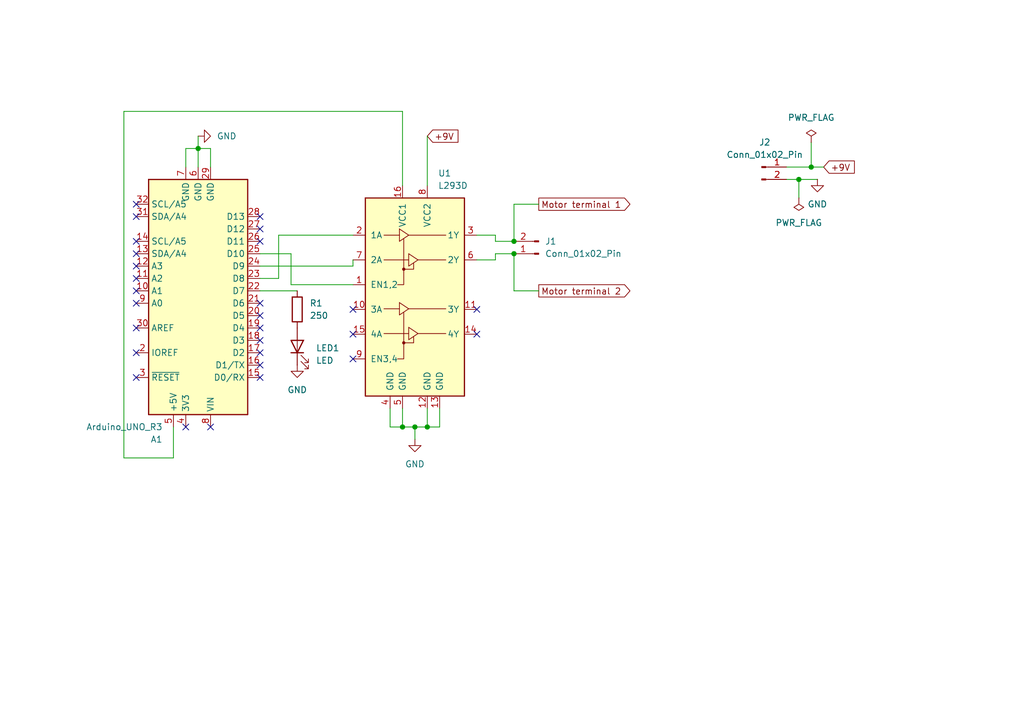
<source format=kicad_sch>
(kicad_sch
	(version 20231120)
	(generator "eeschema")
	(generator_version "8.0")
	(uuid "b658d583-4f2b-4d33-9f89-17542d6d509e")
	(paper "A5")
	(lib_symbols
		(symbol "Connector:Conn_01x02_Pin"
			(pin_names
				(offset 1.016) hide)
			(exclude_from_sim no)
			(in_bom yes)
			(on_board yes)
			(property "Reference" "J"
				(at 0 2.54 0)
				(effects
					(font
						(size 1.27 1.27)
					)
				)
			)
			(property "Value" "Conn_01x02_Pin"
				(at 0 -5.08 0)
				(effects
					(font
						(size 1.27 1.27)
					)
				)
			)
			(property "Footprint" ""
				(at 0 0 0)
				(effects
					(font
						(size 1.27 1.27)
					)
					(hide yes)
				)
			)
			(property "Datasheet" "~"
				(at 0 0 0)
				(effects
					(font
						(size 1.27 1.27)
					)
					(hide yes)
				)
			)
			(property "Description" "Generic connector, single row, 01x02, script generated"
				(at 0 0 0)
				(effects
					(font
						(size 1.27 1.27)
					)
					(hide yes)
				)
			)
			(property "ki_locked" ""
				(at 0 0 0)
				(effects
					(font
						(size 1.27 1.27)
					)
				)
			)
			(property "ki_keywords" "connector"
				(at 0 0 0)
				(effects
					(font
						(size 1.27 1.27)
					)
					(hide yes)
				)
			)
			(property "ki_fp_filters" "Connector*:*_1x??_*"
				(at 0 0 0)
				(effects
					(font
						(size 1.27 1.27)
					)
					(hide yes)
				)
			)
			(symbol "Conn_01x02_Pin_1_1"
				(polyline
					(pts
						(xy 1.27 -2.54) (xy 0.8636 -2.54)
					)
					(stroke
						(width 0.1524)
						(type default)
					)
					(fill
						(type none)
					)
				)
				(polyline
					(pts
						(xy 1.27 0) (xy 0.8636 0)
					)
					(stroke
						(width 0.1524)
						(type default)
					)
					(fill
						(type none)
					)
				)
				(rectangle
					(start 0.8636 -2.413)
					(end 0 -2.667)
					(stroke
						(width 0.1524)
						(type default)
					)
					(fill
						(type outline)
					)
				)
				(rectangle
					(start 0.8636 0.127)
					(end 0 -0.127)
					(stroke
						(width 0.1524)
						(type default)
					)
					(fill
						(type outline)
					)
				)
				(pin passive line
					(at 5.08 0 180)
					(length 3.81)
					(name "Pin_1"
						(effects
							(font
								(size 1.27 1.27)
							)
						)
					)
					(number "1"
						(effects
							(font
								(size 1.27 1.27)
							)
						)
					)
				)
				(pin passive line
					(at 5.08 -2.54 180)
					(length 3.81)
					(name "Pin_2"
						(effects
							(font
								(size 1.27 1.27)
							)
						)
					)
					(number "2"
						(effects
							(font
								(size 1.27 1.27)
							)
						)
					)
				)
			)
		)
		(symbol "Device:LED"
			(pin_numbers hide)
			(pin_names
				(offset 1.016) hide)
			(exclude_from_sim no)
			(in_bom yes)
			(on_board yes)
			(property "Reference" "D"
				(at 0 2.54 0)
				(effects
					(font
						(size 1.27 1.27)
					)
				)
			)
			(property "Value" "LED"
				(at 0 -2.54 0)
				(effects
					(font
						(size 1.27 1.27)
					)
				)
			)
			(property "Footprint" ""
				(at 0 0 0)
				(effects
					(font
						(size 1.27 1.27)
					)
					(hide yes)
				)
			)
			(property "Datasheet" "~"
				(at 0 0 0)
				(effects
					(font
						(size 1.27 1.27)
					)
					(hide yes)
				)
			)
			(property "Description" "Light emitting diode"
				(at 0 0 0)
				(effects
					(font
						(size 1.27 1.27)
					)
					(hide yes)
				)
			)
			(property "ki_keywords" "LED diode"
				(at 0 0 0)
				(effects
					(font
						(size 1.27 1.27)
					)
					(hide yes)
				)
			)
			(property "ki_fp_filters" "LED* LED_SMD:* LED_THT:*"
				(at 0 0 0)
				(effects
					(font
						(size 1.27 1.27)
					)
					(hide yes)
				)
			)
			(symbol "LED_0_1"
				(polyline
					(pts
						(xy -1.27 -1.27) (xy -1.27 1.27)
					)
					(stroke
						(width 0.254)
						(type default)
					)
					(fill
						(type none)
					)
				)
				(polyline
					(pts
						(xy -1.27 0) (xy 1.27 0)
					)
					(stroke
						(width 0)
						(type default)
					)
					(fill
						(type none)
					)
				)
				(polyline
					(pts
						(xy 1.27 -1.27) (xy 1.27 1.27) (xy -1.27 0) (xy 1.27 -1.27)
					)
					(stroke
						(width 0.254)
						(type default)
					)
					(fill
						(type none)
					)
				)
				(polyline
					(pts
						(xy -3.048 -0.762) (xy -4.572 -2.286) (xy -3.81 -2.286) (xy -4.572 -2.286) (xy -4.572 -1.524)
					)
					(stroke
						(width 0)
						(type default)
					)
					(fill
						(type none)
					)
				)
				(polyline
					(pts
						(xy -1.778 -0.762) (xy -3.302 -2.286) (xy -2.54 -2.286) (xy -3.302 -2.286) (xy -3.302 -1.524)
					)
					(stroke
						(width 0)
						(type default)
					)
					(fill
						(type none)
					)
				)
			)
			(symbol "LED_1_1"
				(pin passive line
					(at -3.81 0 0)
					(length 2.54)
					(name "K"
						(effects
							(font
								(size 1.27 1.27)
							)
						)
					)
					(number "1"
						(effects
							(font
								(size 1.27 1.27)
							)
						)
					)
				)
				(pin passive line
					(at 3.81 0 180)
					(length 2.54)
					(name "A"
						(effects
							(font
								(size 1.27 1.27)
							)
						)
					)
					(number "2"
						(effects
							(font
								(size 1.27 1.27)
							)
						)
					)
				)
			)
		)
		(symbol "Device:R"
			(pin_numbers hide)
			(pin_names
				(offset 0)
			)
			(exclude_from_sim no)
			(in_bom yes)
			(on_board yes)
			(property "Reference" "R"
				(at 2.032 0 90)
				(effects
					(font
						(size 1.27 1.27)
					)
				)
			)
			(property "Value" "R"
				(at 0 0 90)
				(effects
					(font
						(size 1.27 1.27)
					)
				)
			)
			(property "Footprint" ""
				(at -1.778 0 90)
				(effects
					(font
						(size 1.27 1.27)
					)
					(hide yes)
				)
			)
			(property "Datasheet" "~"
				(at 0 0 0)
				(effects
					(font
						(size 1.27 1.27)
					)
					(hide yes)
				)
			)
			(property "Description" "Resistor"
				(at 0 0 0)
				(effects
					(font
						(size 1.27 1.27)
					)
					(hide yes)
				)
			)
			(property "ki_keywords" "R res resistor"
				(at 0 0 0)
				(effects
					(font
						(size 1.27 1.27)
					)
					(hide yes)
				)
			)
			(property "ki_fp_filters" "R_*"
				(at 0 0 0)
				(effects
					(font
						(size 1.27 1.27)
					)
					(hide yes)
				)
			)
			(symbol "R_0_1"
				(rectangle
					(start -1.016 -2.54)
					(end 1.016 2.54)
					(stroke
						(width 0.254)
						(type default)
					)
					(fill
						(type none)
					)
				)
			)
			(symbol "R_1_1"
				(pin passive line
					(at 0 3.81 270)
					(length 1.27)
					(name "~"
						(effects
							(font
								(size 1.27 1.27)
							)
						)
					)
					(number "1"
						(effects
							(font
								(size 1.27 1.27)
							)
						)
					)
				)
				(pin passive line
					(at 0 -3.81 90)
					(length 1.27)
					(name "~"
						(effects
							(font
								(size 1.27 1.27)
							)
						)
					)
					(number "2"
						(effects
							(font
								(size 1.27 1.27)
							)
						)
					)
				)
			)
		)
		(symbol "Driver_Motor:L293D"
			(pin_names
				(offset 1.016)
			)
			(exclude_from_sim no)
			(in_bom yes)
			(on_board yes)
			(property "Reference" "U"
				(at -5.08 26.035 0)
				(effects
					(font
						(size 1.27 1.27)
					)
					(justify right)
				)
			)
			(property "Value" "L293D"
				(at -5.08 24.13 0)
				(effects
					(font
						(size 1.27 1.27)
					)
					(justify right)
				)
			)
			(property "Footprint" "Package_DIP:DIP-16_W7.62mm"
				(at 6.35 -19.05 0)
				(effects
					(font
						(size 1.27 1.27)
					)
					(justify left)
					(hide yes)
				)
			)
			(property "Datasheet" "http://www.ti.com/lit/ds/symlink/l293.pdf"
				(at -7.62 17.78 0)
				(effects
					(font
						(size 1.27 1.27)
					)
					(hide yes)
				)
			)
			(property "Description" "Quadruple Half-H Drivers"
				(at 0 0 0)
				(effects
					(font
						(size 1.27 1.27)
					)
					(hide yes)
				)
			)
			(property "ki_keywords" "Half-H Driver Motor"
				(at 0 0 0)
				(effects
					(font
						(size 1.27 1.27)
					)
					(hide yes)
				)
			)
			(property "ki_fp_filters" "DIP*W7.62mm*"
				(at 0 0 0)
				(effects
					(font
						(size 1.27 1.27)
					)
					(hide yes)
				)
			)
			(symbol "L293D_0_1"
				(rectangle
					(start -10.16 22.86)
					(end 10.16 -17.78)
					(stroke
						(width 0.254)
						(type default)
					)
					(fill
						(type background)
					)
				)
				(circle
					(center -2.286 -6.858)
					(radius 0.254)
					(stroke
						(width 0)
						(type default)
					)
					(fill
						(type outline)
					)
				)
				(circle
					(center -2.286 8.255)
					(radius 0.254)
					(stroke
						(width 0)
						(type default)
					)
					(fill
						(type outline)
					)
				)
				(polyline
					(pts
						(xy -6.35 -4.953) (xy -1.27 -4.953)
					)
					(stroke
						(width 0)
						(type default)
					)
					(fill
						(type none)
					)
				)
				(polyline
					(pts
						(xy -6.35 0.127) (xy -3.175 0.127)
					)
					(stroke
						(width 0)
						(type default)
					)
					(fill
						(type none)
					)
				)
				(polyline
					(pts
						(xy -6.35 10.16) (xy -1.27 10.16)
					)
					(stroke
						(width 0)
						(type default)
					)
					(fill
						(type none)
					)
				)
				(polyline
					(pts
						(xy -6.35 15.24) (xy -3.175 15.24)
					)
					(stroke
						(width 0)
						(type default)
					)
					(fill
						(type none)
					)
				)
				(polyline
					(pts
						(xy -1.27 0.127) (xy 6.35 0.127)
					)
					(stroke
						(width 0)
						(type default)
					)
					(fill
						(type none)
					)
				)
				(polyline
					(pts
						(xy -1.27 15.24) (xy 6.35 15.24)
					)
					(stroke
						(width 0)
						(type default)
					)
					(fill
						(type none)
					)
				)
				(polyline
					(pts
						(xy 0.635 -4.953) (xy 6.35 -4.953)
					)
					(stroke
						(width 0)
						(type default)
					)
					(fill
						(type none)
					)
				)
				(polyline
					(pts
						(xy 0.635 10.16) (xy 6.35 10.16)
					)
					(stroke
						(width 0)
						(type default)
					)
					(fill
						(type none)
					)
				)
				(polyline
					(pts
						(xy -2.286 -6.858) (xy -0.254 -6.858) (xy -0.254 -5.588)
					)
					(stroke
						(width 0)
						(type default)
					)
					(fill
						(type none)
					)
				)
				(polyline
					(pts
						(xy -2.286 -0.635) (xy -2.286 -10.16) (xy -3.556 -10.16)
					)
					(stroke
						(width 0)
						(type default)
					)
					(fill
						(type none)
					)
				)
				(polyline
					(pts
						(xy -2.286 8.255) (xy -0.254 8.255) (xy -0.254 9.525)
					)
					(stroke
						(width 0)
						(type default)
					)
					(fill
						(type none)
					)
				)
				(polyline
					(pts
						(xy -2.286 14.478) (xy -2.286 5.08) (xy -3.556 5.08)
					)
					(stroke
						(width 0)
						(type default)
					)
					(fill
						(type none)
					)
				)
				(polyline
					(pts
						(xy -3.175 1.397) (xy -3.175 -1.143) (xy -1.27 0.127) (xy -3.175 1.397)
					)
					(stroke
						(width 0)
						(type default)
					)
					(fill
						(type none)
					)
				)
				(polyline
					(pts
						(xy -3.175 16.51) (xy -3.175 13.97) (xy -1.27 15.24) (xy -3.175 16.51)
					)
					(stroke
						(width 0)
						(type default)
					)
					(fill
						(type none)
					)
				)
				(polyline
					(pts
						(xy -1.27 -3.683) (xy -1.27 -6.223) (xy 0.635 -4.953) (xy -1.27 -3.683)
					)
					(stroke
						(width 0)
						(type default)
					)
					(fill
						(type none)
					)
				)
				(polyline
					(pts
						(xy -1.27 11.43) (xy -1.27 8.89) (xy 0.635 10.16) (xy -1.27 11.43)
					)
					(stroke
						(width 0)
						(type default)
					)
					(fill
						(type none)
					)
				)
			)
			(symbol "L293D_1_1"
				(pin input line
					(at -12.7 5.08 0)
					(length 2.54)
					(name "EN1,2"
						(effects
							(font
								(size 1.27 1.27)
							)
						)
					)
					(number "1"
						(effects
							(font
								(size 1.27 1.27)
							)
						)
					)
				)
				(pin input line
					(at -12.7 0 0)
					(length 2.54)
					(name "3A"
						(effects
							(font
								(size 1.27 1.27)
							)
						)
					)
					(number "10"
						(effects
							(font
								(size 1.27 1.27)
							)
						)
					)
				)
				(pin output line
					(at 12.7 0 180)
					(length 2.54)
					(name "3Y"
						(effects
							(font
								(size 1.27 1.27)
							)
						)
					)
					(number "11"
						(effects
							(font
								(size 1.27 1.27)
							)
						)
					)
				)
				(pin power_in line
					(at 2.54 -20.32 90)
					(length 2.54)
					(name "GND"
						(effects
							(font
								(size 1.27 1.27)
							)
						)
					)
					(number "12"
						(effects
							(font
								(size 1.27 1.27)
							)
						)
					)
				)
				(pin power_in line
					(at 5.08 -20.32 90)
					(length 2.54)
					(name "GND"
						(effects
							(font
								(size 1.27 1.27)
							)
						)
					)
					(number "13"
						(effects
							(font
								(size 1.27 1.27)
							)
						)
					)
				)
				(pin output line
					(at 12.7 -5.08 180)
					(length 2.54)
					(name "4Y"
						(effects
							(font
								(size 1.27 1.27)
							)
						)
					)
					(number "14"
						(effects
							(font
								(size 1.27 1.27)
							)
						)
					)
				)
				(pin input line
					(at -12.7 -5.08 0)
					(length 2.54)
					(name "4A"
						(effects
							(font
								(size 1.27 1.27)
							)
						)
					)
					(number "15"
						(effects
							(font
								(size 1.27 1.27)
							)
						)
					)
				)
				(pin power_in line
					(at -2.54 25.4 270)
					(length 2.54)
					(name "VCC1"
						(effects
							(font
								(size 1.27 1.27)
							)
						)
					)
					(number "16"
						(effects
							(font
								(size 1.27 1.27)
							)
						)
					)
				)
				(pin input line
					(at -12.7 15.24 0)
					(length 2.54)
					(name "1A"
						(effects
							(font
								(size 1.27 1.27)
							)
						)
					)
					(number "2"
						(effects
							(font
								(size 1.27 1.27)
							)
						)
					)
				)
				(pin output line
					(at 12.7 15.24 180)
					(length 2.54)
					(name "1Y"
						(effects
							(font
								(size 1.27 1.27)
							)
						)
					)
					(number "3"
						(effects
							(font
								(size 1.27 1.27)
							)
						)
					)
				)
				(pin power_in line
					(at -5.08 -20.32 90)
					(length 2.54)
					(name "GND"
						(effects
							(font
								(size 1.27 1.27)
							)
						)
					)
					(number "4"
						(effects
							(font
								(size 1.27 1.27)
							)
						)
					)
				)
				(pin power_in line
					(at -2.54 -20.32 90)
					(length 2.54)
					(name "GND"
						(effects
							(font
								(size 1.27 1.27)
							)
						)
					)
					(number "5"
						(effects
							(font
								(size 1.27 1.27)
							)
						)
					)
				)
				(pin output line
					(at 12.7 10.16 180)
					(length 2.54)
					(name "2Y"
						(effects
							(font
								(size 1.27 1.27)
							)
						)
					)
					(number "6"
						(effects
							(font
								(size 1.27 1.27)
							)
						)
					)
				)
				(pin input line
					(at -12.7 10.16 0)
					(length 2.54)
					(name "2A"
						(effects
							(font
								(size 1.27 1.27)
							)
						)
					)
					(number "7"
						(effects
							(font
								(size 1.27 1.27)
							)
						)
					)
				)
				(pin power_in line
					(at 2.54 25.4 270)
					(length 2.54)
					(name "VCC2"
						(effects
							(font
								(size 1.27 1.27)
							)
						)
					)
					(number "8"
						(effects
							(font
								(size 1.27 1.27)
							)
						)
					)
				)
				(pin input line
					(at -12.7 -10.16 0)
					(length 2.54)
					(name "EN3,4"
						(effects
							(font
								(size 1.27 1.27)
							)
						)
					)
					(number "9"
						(effects
							(font
								(size 1.27 1.27)
							)
						)
					)
				)
			)
		)
		(symbol "MCU_Module:Arduino_UNO_R3"
			(exclude_from_sim no)
			(in_bom yes)
			(on_board yes)
			(property "Reference" "A"
				(at -10.16 23.495 0)
				(effects
					(font
						(size 1.27 1.27)
					)
					(justify left bottom)
				)
			)
			(property "Value" "Arduino_UNO_R3"
				(at 5.08 -26.67 0)
				(effects
					(font
						(size 1.27 1.27)
					)
					(justify left top)
				)
			)
			(property "Footprint" "Module:Arduino_UNO_R3"
				(at 0 0 0)
				(effects
					(font
						(size 1.27 1.27)
						(italic yes)
					)
					(hide yes)
				)
			)
			(property "Datasheet" "https://www.arduino.cc/en/Main/arduinoBoardUno"
				(at 0 0 0)
				(effects
					(font
						(size 1.27 1.27)
					)
					(hide yes)
				)
			)
			(property "Description" "Arduino UNO Microcontroller Module, release 3"
				(at 0 0 0)
				(effects
					(font
						(size 1.27 1.27)
					)
					(hide yes)
				)
			)
			(property "ki_keywords" "Arduino UNO R3 Microcontroller Module Atmel AVR USB"
				(at 0 0 0)
				(effects
					(font
						(size 1.27 1.27)
					)
					(hide yes)
				)
			)
			(property "ki_fp_filters" "Arduino*UNO*R3*"
				(at 0 0 0)
				(effects
					(font
						(size 1.27 1.27)
					)
					(hide yes)
				)
			)
			(symbol "Arduino_UNO_R3_0_1"
				(rectangle
					(start -10.16 22.86)
					(end 10.16 -25.4)
					(stroke
						(width 0.254)
						(type default)
					)
					(fill
						(type background)
					)
				)
			)
			(symbol "Arduino_UNO_R3_1_1"
				(pin no_connect line
					(at -10.16 -20.32 0)
					(length 2.54) hide
					(name "NC"
						(effects
							(font
								(size 1.27 1.27)
							)
						)
					)
					(number "1"
						(effects
							(font
								(size 1.27 1.27)
							)
						)
					)
				)
				(pin bidirectional line
					(at 12.7 -2.54 180)
					(length 2.54)
					(name "A1"
						(effects
							(font
								(size 1.27 1.27)
							)
						)
					)
					(number "10"
						(effects
							(font
								(size 1.27 1.27)
							)
						)
					)
				)
				(pin bidirectional line
					(at 12.7 -5.08 180)
					(length 2.54)
					(name "A2"
						(effects
							(font
								(size 1.27 1.27)
							)
						)
					)
					(number "11"
						(effects
							(font
								(size 1.27 1.27)
							)
						)
					)
				)
				(pin bidirectional line
					(at 12.7 -7.62 180)
					(length 2.54)
					(name "A3"
						(effects
							(font
								(size 1.27 1.27)
							)
						)
					)
					(number "12"
						(effects
							(font
								(size 1.27 1.27)
							)
						)
					)
				)
				(pin bidirectional line
					(at 12.7 -10.16 180)
					(length 2.54)
					(name "SDA/A4"
						(effects
							(font
								(size 1.27 1.27)
							)
						)
					)
					(number "13"
						(effects
							(font
								(size 1.27 1.27)
							)
						)
					)
				)
				(pin bidirectional line
					(at 12.7 -12.7 180)
					(length 2.54)
					(name "SCL/A5"
						(effects
							(font
								(size 1.27 1.27)
							)
						)
					)
					(number "14"
						(effects
							(font
								(size 1.27 1.27)
							)
						)
					)
				)
				(pin bidirectional line
					(at -12.7 15.24 0)
					(length 2.54)
					(name "D0/RX"
						(effects
							(font
								(size 1.27 1.27)
							)
						)
					)
					(number "15"
						(effects
							(font
								(size 1.27 1.27)
							)
						)
					)
				)
				(pin bidirectional line
					(at -12.7 12.7 0)
					(length 2.54)
					(name "D1/TX"
						(effects
							(font
								(size 1.27 1.27)
							)
						)
					)
					(number "16"
						(effects
							(font
								(size 1.27 1.27)
							)
						)
					)
				)
				(pin bidirectional line
					(at -12.7 10.16 0)
					(length 2.54)
					(name "D2"
						(effects
							(font
								(size 1.27 1.27)
							)
						)
					)
					(number "17"
						(effects
							(font
								(size 1.27 1.27)
							)
						)
					)
				)
				(pin bidirectional line
					(at -12.7 7.62 0)
					(length 2.54)
					(name "D3"
						(effects
							(font
								(size 1.27 1.27)
							)
						)
					)
					(number "18"
						(effects
							(font
								(size 1.27 1.27)
							)
						)
					)
				)
				(pin bidirectional line
					(at -12.7 5.08 0)
					(length 2.54)
					(name "D4"
						(effects
							(font
								(size 1.27 1.27)
							)
						)
					)
					(number "19"
						(effects
							(font
								(size 1.27 1.27)
							)
						)
					)
				)
				(pin output line
					(at 12.7 10.16 180)
					(length 2.54)
					(name "IOREF"
						(effects
							(font
								(size 1.27 1.27)
							)
						)
					)
					(number "2"
						(effects
							(font
								(size 1.27 1.27)
							)
						)
					)
				)
				(pin bidirectional line
					(at -12.7 2.54 0)
					(length 2.54)
					(name "D5"
						(effects
							(font
								(size 1.27 1.27)
							)
						)
					)
					(number "20"
						(effects
							(font
								(size 1.27 1.27)
							)
						)
					)
				)
				(pin bidirectional line
					(at -12.7 0 0)
					(length 2.54)
					(name "D6"
						(effects
							(font
								(size 1.27 1.27)
							)
						)
					)
					(number "21"
						(effects
							(font
								(size 1.27 1.27)
							)
						)
					)
				)
				(pin bidirectional line
					(at -12.7 -2.54 0)
					(length 2.54)
					(name "D7"
						(effects
							(font
								(size 1.27 1.27)
							)
						)
					)
					(number "22"
						(effects
							(font
								(size 1.27 1.27)
							)
						)
					)
				)
				(pin bidirectional line
					(at -12.7 -5.08 0)
					(length 2.54)
					(name "D8"
						(effects
							(font
								(size 1.27 1.27)
							)
						)
					)
					(number "23"
						(effects
							(font
								(size 1.27 1.27)
							)
						)
					)
				)
				(pin bidirectional line
					(at -12.7 -7.62 0)
					(length 2.54)
					(name "D9"
						(effects
							(font
								(size 1.27 1.27)
							)
						)
					)
					(number "24"
						(effects
							(font
								(size 1.27 1.27)
							)
						)
					)
				)
				(pin bidirectional line
					(at -12.7 -10.16 0)
					(length 2.54)
					(name "D10"
						(effects
							(font
								(size 1.27 1.27)
							)
						)
					)
					(number "25"
						(effects
							(font
								(size 1.27 1.27)
							)
						)
					)
				)
				(pin bidirectional line
					(at -12.7 -12.7 0)
					(length 2.54)
					(name "D11"
						(effects
							(font
								(size 1.27 1.27)
							)
						)
					)
					(number "26"
						(effects
							(font
								(size 1.27 1.27)
							)
						)
					)
				)
				(pin bidirectional line
					(at -12.7 -15.24 0)
					(length 2.54)
					(name "D12"
						(effects
							(font
								(size 1.27 1.27)
							)
						)
					)
					(number "27"
						(effects
							(font
								(size 1.27 1.27)
							)
						)
					)
				)
				(pin bidirectional line
					(at -12.7 -17.78 0)
					(length 2.54)
					(name "D13"
						(effects
							(font
								(size 1.27 1.27)
							)
						)
					)
					(number "28"
						(effects
							(font
								(size 1.27 1.27)
							)
						)
					)
				)
				(pin power_in line
					(at -2.54 -27.94 90)
					(length 2.54)
					(name "GND"
						(effects
							(font
								(size 1.27 1.27)
							)
						)
					)
					(number "29"
						(effects
							(font
								(size 1.27 1.27)
							)
						)
					)
				)
				(pin input line
					(at 12.7 15.24 180)
					(length 2.54)
					(name "~{RESET}"
						(effects
							(font
								(size 1.27 1.27)
							)
						)
					)
					(number "3"
						(effects
							(font
								(size 1.27 1.27)
							)
						)
					)
				)
				(pin input line
					(at 12.7 5.08 180)
					(length 2.54)
					(name "AREF"
						(effects
							(font
								(size 1.27 1.27)
							)
						)
					)
					(number "30"
						(effects
							(font
								(size 1.27 1.27)
							)
						)
					)
				)
				(pin bidirectional line
					(at 12.7 -17.78 180)
					(length 2.54)
					(name "SDA/A4"
						(effects
							(font
								(size 1.27 1.27)
							)
						)
					)
					(number "31"
						(effects
							(font
								(size 1.27 1.27)
							)
						)
					)
				)
				(pin bidirectional line
					(at 12.7 -20.32 180)
					(length 2.54)
					(name "SCL/A5"
						(effects
							(font
								(size 1.27 1.27)
							)
						)
					)
					(number "32"
						(effects
							(font
								(size 1.27 1.27)
							)
						)
					)
				)
				(pin power_out line
					(at 2.54 25.4 270)
					(length 2.54)
					(name "3V3"
						(effects
							(font
								(size 1.27 1.27)
							)
						)
					)
					(number "4"
						(effects
							(font
								(size 1.27 1.27)
							)
						)
					)
				)
				(pin power_out line
					(at 5.08 25.4 270)
					(length 2.54)
					(name "+5V"
						(effects
							(font
								(size 1.27 1.27)
							)
						)
					)
					(number "5"
						(effects
							(font
								(size 1.27 1.27)
							)
						)
					)
				)
				(pin power_in line
					(at 0 -27.94 90)
					(length 2.54)
					(name "GND"
						(effects
							(font
								(size 1.27 1.27)
							)
						)
					)
					(number "6"
						(effects
							(font
								(size 1.27 1.27)
							)
						)
					)
				)
				(pin power_in line
					(at 2.54 -27.94 90)
					(length 2.54)
					(name "GND"
						(effects
							(font
								(size 1.27 1.27)
							)
						)
					)
					(number "7"
						(effects
							(font
								(size 1.27 1.27)
							)
						)
					)
				)
				(pin power_in line
					(at -2.54 25.4 270)
					(length 2.54)
					(name "VIN"
						(effects
							(font
								(size 1.27 1.27)
							)
						)
					)
					(number "8"
						(effects
							(font
								(size 1.27 1.27)
							)
						)
					)
				)
				(pin bidirectional line
					(at 12.7 0 180)
					(length 2.54)
					(name "A0"
						(effects
							(font
								(size 1.27 1.27)
							)
						)
					)
					(number "9"
						(effects
							(font
								(size 1.27 1.27)
							)
						)
					)
				)
			)
		)
		(symbol "power:GND"
			(power)
			(pin_numbers hide)
			(pin_names
				(offset 0) hide)
			(exclude_from_sim no)
			(in_bom yes)
			(on_board yes)
			(property "Reference" "#PWR"
				(at 0 -6.35 0)
				(effects
					(font
						(size 1.27 1.27)
					)
					(hide yes)
				)
			)
			(property "Value" "GND"
				(at 0 -3.81 0)
				(effects
					(font
						(size 1.27 1.27)
					)
				)
			)
			(property "Footprint" ""
				(at 0 0 0)
				(effects
					(font
						(size 1.27 1.27)
					)
					(hide yes)
				)
			)
			(property "Datasheet" ""
				(at 0 0 0)
				(effects
					(font
						(size 1.27 1.27)
					)
					(hide yes)
				)
			)
			(property "Description" "Power symbol creates a global label with name \"GND\" , ground"
				(at 0 0 0)
				(effects
					(font
						(size 1.27 1.27)
					)
					(hide yes)
				)
			)
			(property "ki_keywords" "global power"
				(at 0 0 0)
				(effects
					(font
						(size 1.27 1.27)
					)
					(hide yes)
				)
			)
			(symbol "GND_0_1"
				(polyline
					(pts
						(xy 0 0) (xy 0 -1.27) (xy 1.27 -1.27) (xy 0 -2.54) (xy -1.27 -1.27) (xy 0 -1.27)
					)
					(stroke
						(width 0)
						(type default)
					)
					(fill
						(type none)
					)
				)
			)
			(symbol "GND_1_1"
				(pin power_in line
					(at 0 0 270)
					(length 0)
					(name "~"
						(effects
							(font
								(size 1.27 1.27)
							)
						)
					)
					(number "1"
						(effects
							(font
								(size 1.27 1.27)
							)
						)
					)
				)
			)
		)
		(symbol "power:PWR_FLAG"
			(power)
			(pin_numbers hide)
			(pin_names
				(offset 0) hide)
			(exclude_from_sim no)
			(in_bom yes)
			(on_board yes)
			(property "Reference" "#FLG"
				(at 0 1.905 0)
				(effects
					(font
						(size 1.27 1.27)
					)
					(hide yes)
				)
			)
			(property "Value" "PWR_FLAG"
				(at 0 3.81 0)
				(effects
					(font
						(size 1.27 1.27)
					)
				)
			)
			(property "Footprint" ""
				(at 0 0 0)
				(effects
					(font
						(size 1.27 1.27)
					)
					(hide yes)
				)
			)
			(property "Datasheet" "~"
				(at 0 0 0)
				(effects
					(font
						(size 1.27 1.27)
					)
					(hide yes)
				)
			)
			(property "Description" "Special symbol for telling ERC where power comes from"
				(at 0 0 0)
				(effects
					(font
						(size 1.27 1.27)
					)
					(hide yes)
				)
			)
			(property "ki_keywords" "flag power"
				(at 0 0 0)
				(effects
					(font
						(size 1.27 1.27)
					)
					(hide yes)
				)
			)
			(symbol "PWR_FLAG_0_0"
				(pin power_out line
					(at 0 0 90)
					(length 0)
					(name "~"
						(effects
							(font
								(size 1.27 1.27)
							)
						)
					)
					(number "1"
						(effects
							(font
								(size 1.27 1.27)
							)
						)
					)
				)
			)
			(symbol "PWR_FLAG_0_1"
				(polyline
					(pts
						(xy 0 0) (xy 0 1.27) (xy -1.016 1.905) (xy 0 2.54) (xy 1.016 1.905) (xy 0 1.27)
					)
					(stroke
						(width 0)
						(type default)
					)
					(fill
						(type none)
					)
				)
			)
		)
	)
	(junction
		(at 85.09 87.63)
		(diameter 0)
		(color 0 0 0 0)
		(uuid "0bf5eab7-e9ab-4a09-9127-174b465f5516")
	)
	(junction
		(at 87.63 87.63)
		(diameter 0)
		(color 0 0 0 0)
		(uuid "376763ed-0a11-4dcd-97cc-443b3de23b54")
	)
	(junction
		(at 82.55 87.63)
		(diameter 0)
		(color 0 0 0 0)
		(uuid "4c160462-bc6e-4558-995b-8daef96f4807")
	)
	(junction
		(at 105.41 49.53)
		(diameter 0)
		(color 0 0 0 0)
		(uuid "8185fbe6-e3aa-4f40-b69c-17ff34d47d93")
	)
	(junction
		(at 40.64 30.48)
		(diameter 0)
		(color 0 0 0 0)
		(uuid "8b72cb69-d578-4c59-9ea4-38e161982f3e")
	)
	(junction
		(at 163.83 36.83)
		(diameter 0)
		(color 0 0 0 0)
		(uuid "9247267d-1b04-44ea-9faf-aaef4cd841f1")
	)
	(junction
		(at 105.41 52.07)
		(diameter 0)
		(color 0 0 0 0)
		(uuid "ef61815d-d7e5-4784-9b84-674e0866df7b")
	)
	(junction
		(at 166.37 34.29)
		(diameter 0)
		(color 0 0 0 0)
		(uuid "ff93c70b-cbed-41d3-813b-f2806af9941f")
	)
	(no_connect
		(at 27.94 54.61)
		(uuid "0309999a-0ed7-47f7-b3d4-6f133901c714")
	)
	(no_connect
		(at 43.18 87.63)
		(uuid "110547f5-ca22-4db5-8fb2-43bdcbf71276")
	)
	(no_connect
		(at 53.34 74.93)
		(uuid "14550595-654d-4581-8760-1551cf47f328")
	)
	(no_connect
		(at 53.34 69.85)
		(uuid "1c1aa4b6-a027-4e3c-9345-acb3697c663d")
	)
	(no_connect
		(at 53.34 64.77)
		(uuid "1cf0e781-14d6-4535-8a94-b9886a367fc0")
	)
	(no_connect
		(at 27.94 41.91)
		(uuid "2845b3d3-7f1a-4157-a2f7-d4827d49f4e5")
	)
	(no_connect
		(at 72.39 63.5)
		(uuid "29c14725-be3d-408d-976e-32b9506ef9d5")
	)
	(no_connect
		(at 38.1 87.63)
		(uuid "32d5b441-7cf2-4fdf-a183-2f4b9831b8bf")
	)
	(no_connect
		(at 97.79 63.5)
		(uuid "3ce0ea12-aa89-451a-85a9-697df01ef0c6")
	)
	(no_connect
		(at 27.94 67.31)
		(uuid "403bc78b-cd10-4492-94fb-efca1325f543")
	)
	(no_connect
		(at 27.94 72.39)
		(uuid "41a16e01-9698-42e3-b68b-a84fae1e6f09")
	)
	(no_connect
		(at 97.79 68.58)
		(uuid "4b8766bb-a6ab-4baa-86fa-b67bfa82f95f")
	)
	(no_connect
		(at 27.94 49.53)
		(uuid "52a956c5-eca8-4c3c-a723-cf0e5b6469a6")
	)
	(no_connect
		(at 53.34 44.45)
		(uuid "52c32e5c-d3ab-4eb7-ae59-703b15c71a4e")
	)
	(no_connect
		(at 53.34 72.39)
		(uuid "5ac76d58-325e-44b6-8285-9984cc3100f2")
	)
	(no_connect
		(at 53.34 62.23)
		(uuid "664239ac-aac5-4bc4-869e-9322e1d70215")
	)
	(no_connect
		(at 27.94 44.45)
		(uuid "691187e9-2c6c-47dc-a8c5-f4d21c646135")
	)
	(no_connect
		(at 53.34 46.99)
		(uuid "790e60c1-8c9f-4e15-8f4e-ec3db6daf68a")
	)
	(no_connect
		(at 72.39 73.66)
		(uuid "8ceb17f4-1658-41ee-868a-d81198d4ac08")
	)
	(no_connect
		(at 27.94 62.23)
		(uuid "8db61715-764d-46dd-a8bb-30a941869154")
	)
	(no_connect
		(at 27.94 59.69)
		(uuid "9cd87dba-e69d-4bf4-b455-276be4ae8284")
	)
	(no_connect
		(at 53.34 67.31)
		(uuid "b7aecac9-5f47-44f2-9441-a6b67470930e")
	)
	(no_connect
		(at 53.34 49.53)
		(uuid "b904f3fe-bc82-4b66-8246-813df05f064a")
	)
	(no_connect
		(at 27.94 57.15)
		(uuid "b9f375d4-6378-4672-9813-eb9bbba2f8eb")
	)
	(no_connect
		(at 53.34 77.47)
		(uuid "cae80b29-77d2-4097-a0aa-a0611617f985")
	)
	(no_connect
		(at 27.94 77.47)
		(uuid "e037f4ed-aaa7-43ca-bf3d-cc9e3ca125d3")
	)
	(no_connect
		(at 72.39 68.58)
		(uuid "ea2f777b-3fba-4b68-839a-9a1e7fe07d17")
	)
	(no_connect
		(at 27.94 52.07)
		(uuid "eb208f92-0d2e-4a73-8cc2-954cc33a8e33")
	)
	(wire
		(pts
			(xy 72.39 54.61) (xy 72.39 53.34)
		)
		(stroke
			(width 0)
			(type default)
		)
		(uuid "00054f9b-e95a-45d0-8a07-ca23cc0f75b9")
	)
	(wire
		(pts
			(xy 82.55 87.63) (xy 85.09 87.63)
		)
		(stroke
			(width 0)
			(type default)
		)
		(uuid "1610a4a2-30c2-4235-91b0-54b0b5229279")
	)
	(wire
		(pts
			(xy 57.15 57.15) (xy 57.15 48.26)
		)
		(stroke
			(width 0)
			(type default)
		)
		(uuid "1cf6a544-5def-48ae-9457-beb32f1c8187")
	)
	(wire
		(pts
			(xy 80.01 83.82) (xy 80.01 87.63)
		)
		(stroke
			(width 0)
			(type default)
		)
		(uuid "287e780b-5800-46d8-8e04-5cbe221fb622")
	)
	(wire
		(pts
			(xy 85.09 87.63) (xy 87.63 87.63)
		)
		(stroke
			(width 0)
			(type default)
		)
		(uuid "3125ac74-467e-4827-84dc-5622eb544ecb")
	)
	(wire
		(pts
			(xy 85.09 90.17) (xy 85.09 87.63)
		)
		(stroke
			(width 0)
			(type default)
		)
		(uuid "3c1c08bf-240f-4833-b203-90c9390c35dc")
	)
	(wire
		(pts
			(xy 57.15 48.26) (xy 72.39 48.26)
		)
		(stroke
			(width 0)
			(type default)
		)
		(uuid "44b456c2-c6ef-4a8f-902a-2f1c02cedf85")
	)
	(wire
		(pts
			(xy 166.37 34.29) (xy 161.29 34.29)
		)
		(stroke
			(width 0)
			(type default)
		)
		(uuid "487c226c-2895-48ed-ba48-541e1aa8f07d")
	)
	(wire
		(pts
			(xy 43.18 30.48) (xy 43.18 34.29)
		)
		(stroke
			(width 0)
			(type default)
		)
		(uuid "4ee3f185-78c8-4eb7-b6a5-c00129a0d663")
	)
	(wire
		(pts
			(xy 82.55 22.86) (xy 25.4 22.86)
		)
		(stroke
			(width 0)
			(type default)
		)
		(uuid "5fad78e1-275c-40bd-9e3e-3ba341952970")
	)
	(wire
		(pts
			(xy 40.64 27.94) (xy 40.64 30.48)
		)
		(stroke
			(width 0)
			(type default)
		)
		(uuid "63275e6d-610a-44b4-ac5c-8d4feebbe2cf")
	)
	(wire
		(pts
			(xy 53.34 52.07) (xy 59.69 52.07)
		)
		(stroke
			(width 0)
			(type default)
		)
		(uuid "679eb334-a201-4fab-a842-03b1b8f4c7ce")
	)
	(wire
		(pts
			(xy 59.69 58.42) (xy 72.39 58.42)
		)
		(stroke
			(width 0)
			(type default)
		)
		(uuid "7fc8063f-67bc-4ad6-a0d4-753fef13220b")
	)
	(wire
		(pts
			(xy 53.34 54.61) (xy 72.39 54.61)
		)
		(stroke
			(width 0)
			(type default)
		)
		(uuid "804b16f6-e819-4d4f-98c8-a0819e620dc2")
	)
	(wire
		(pts
			(xy 110.49 41.91) (xy 105.41 41.91)
		)
		(stroke
			(width 0)
			(type default)
		)
		(uuid "8a5200e1-ff18-4a3e-aa65-b90af74415fe")
	)
	(wire
		(pts
			(xy 38.1 30.48) (xy 40.64 30.48)
		)
		(stroke
			(width 0)
			(type default)
		)
		(uuid "8bd656c6-220f-4eb5-889c-2c1c5e03de74")
	)
	(wire
		(pts
			(xy 166.37 29.21) (xy 166.37 34.29)
		)
		(stroke
			(width 0)
			(type default)
		)
		(uuid "91b84343-0664-4e33-b1ab-be4755289cc8")
	)
	(wire
		(pts
			(xy 105.41 49.53) (xy 101.6 49.53)
		)
		(stroke
			(width 0)
			(type default)
		)
		(uuid "926ab4b3-9d3b-4e4d-a42b-f91c01aa2389")
	)
	(wire
		(pts
			(xy 40.64 30.48) (xy 43.18 30.48)
		)
		(stroke
			(width 0)
			(type default)
		)
		(uuid "943a43f2-f220-4fbb-8ba7-1da86a3729a1")
	)
	(wire
		(pts
			(xy 38.1 34.29) (xy 38.1 30.48)
		)
		(stroke
			(width 0)
			(type default)
		)
		(uuid "9a91b763-7fd0-4659-8cec-0df4f9f4bb58")
	)
	(wire
		(pts
			(xy 80.01 87.63) (xy 82.55 87.63)
		)
		(stroke
			(width 0)
			(type default)
		)
		(uuid "9aaf609d-0952-4eb6-9132-862f2e2343b5")
	)
	(wire
		(pts
			(xy 167.64 36.83) (xy 163.83 36.83)
		)
		(stroke
			(width 0)
			(type default)
		)
		(uuid "a03a1c7c-fc55-48d2-9498-c0d316c14c16")
	)
	(wire
		(pts
			(xy 110.49 59.69) (xy 105.41 59.69)
		)
		(stroke
			(width 0)
			(type default)
		)
		(uuid "a19a06d9-ffac-4523-bb77-9e025e20c9ee")
	)
	(wire
		(pts
			(xy 101.6 52.07) (xy 101.6 53.34)
		)
		(stroke
			(width 0)
			(type default)
		)
		(uuid "a850b072-12b6-490a-b39d-8924717b19b7")
	)
	(wire
		(pts
			(xy 97.79 53.34) (xy 101.6 53.34)
		)
		(stroke
			(width 0)
			(type default)
		)
		(uuid "adc2808e-8604-4b7a-b84b-bc326fd3e42a")
	)
	(wire
		(pts
			(xy 97.79 48.26) (xy 101.6 48.26)
		)
		(stroke
			(width 0)
			(type default)
		)
		(uuid "b12e4b36-ef50-4815-a8ca-f99bf37e195b")
	)
	(wire
		(pts
			(xy 101.6 49.53) (xy 101.6 48.26)
		)
		(stroke
			(width 0)
			(type default)
		)
		(uuid "b5aaf9a5-da0a-46fb-82f8-b731af8e00c3")
	)
	(wire
		(pts
			(xy 53.34 59.69) (xy 60.96 59.69)
		)
		(stroke
			(width 0)
			(type default)
		)
		(uuid "c37e66e7-1425-4303-ad0a-94bfca74557f")
	)
	(wire
		(pts
			(xy 35.56 93.98) (xy 35.56 87.63)
		)
		(stroke
			(width 0)
			(type default)
		)
		(uuid "c5c69d06-8581-4e97-8802-beb624f224c3")
	)
	(wire
		(pts
			(xy 40.64 30.48) (xy 40.64 34.29)
		)
		(stroke
			(width 0)
			(type default)
		)
		(uuid "c5f5cacb-574f-456a-bde4-f743465e2414")
	)
	(wire
		(pts
			(xy 82.55 38.1) (xy 82.55 22.86)
		)
		(stroke
			(width 0)
			(type default)
		)
		(uuid "ca60e7ce-3eb7-4a0d-9570-ae2b7771c4d1")
	)
	(wire
		(pts
			(xy 59.69 52.07) (xy 59.69 58.42)
		)
		(stroke
			(width 0)
			(type default)
		)
		(uuid "d1514f17-7326-4248-94ec-4968bd2eaa1c")
	)
	(wire
		(pts
			(xy 105.41 52.07) (xy 101.6 52.07)
		)
		(stroke
			(width 0)
			(type default)
		)
		(uuid "d4319848-6854-4139-a72e-4edc5559e53f")
	)
	(wire
		(pts
			(xy 105.41 59.69) (xy 105.41 52.07)
		)
		(stroke
			(width 0)
			(type default)
		)
		(uuid "d6b5dd99-aa89-4519-adf9-d8a8fc3fc43c")
	)
	(wire
		(pts
			(xy 163.83 40.64) (xy 163.83 36.83)
		)
		(stroke
			(width 0)
			(type default)
		)
		(uuid "de719e0d-da5f-447e-bd22-a3e55dccc944")
	)
	(wire
		(pts
			(xy 25.4 93.98) (xy 35.56 93.98)
		)
		(stroke
			(width 0)
			(type default)
		)
		(uuid "df204a2b-f00f-4632-bb1e-659b74783084")
	)
	(wire
		(pts
			(xy 53.34 57.15) (xy 57.15 57.15)
		)
		(stroke
			(width 0)
			(type default)
		)
		(uuid "e00c8ccf-13f0-4d2f-8eb1-43f0e2b7209b")
	)
	(wire
		(pts
			(xy 87.63 83.82) (xy 87.63 87.63)
		)
		(stroke
			(width 0)
			(type default)
		)
		(uuid "e35413b8-49c3-4045-bf56-567914dbe1c5")
	)
	(wire
		(pts
			(xy 25.4 22.86) (xy 25.4 93.98)
		)
		(stroke
			(width 0)
			(type default)
		)
		(uuid "e43e9ce2-2485-4702-b961-f9c293fd38f4")
	)
	(wire
		(pts
			(xy 168.91 34.29) (xy 166.37 34.29)
		)
		(stroke
			(width 0)
			(type default)
		)
		(uuid "e802c26f-2436-4b52-b176-3c372646c896")
	)
	(wire
		(pts
			(xy 87.63 87.63) (xy 90.17 87.63)
		)
		(stroke
			(width 0)
			(type default)
		)
		(uuid "f669e7c6-2f07-4220-a644-3842d58e600a")
	)
	(wire
		(pts
			(xy 82.55 83.82) (xy 82.55 87.63)
		)
		(stroke
			(width 0)
			(type default)
		)
		(uuid "f6f1e331-a9d8-4a7c-97f6-06340f9250b2")
	)
	(wire
		(pts
			(xy 163.83 36.83) (xy 161.29 36.83)
		)
		(stroke
			(width 0)
			(type default)
		)
		(uuid "f8a2a746-ab8b-45bc-9e54-3461c072dc81")
	)
	(wire
		(pts
			(xy 90.17 87.63) (xy 90.17 83.82)
		)
		(stroke
			(width 0)
			(type default)
		)
		(uuid "fa2db663-31ae-4393-9003-a2e9907ebc7a")
	)
	(wire
		(pts
			(xy 105.41 41.91) (xy 105.41 49.53)
		)
		(stroke
			(width 0)
			(type default)
		)
		(uuid "faf0ba64-67de-4a9c-a44c-c1ea01b36d2f")
	)
	(wire
		(pts
			(xy 87.63 27.94) (xy 87.63 38.1)
		)
		(stroke
			(width 0)
			(type default)
		)
		(uuid "fdbf937e-1c77-45d5-82d5-b49b5d7b62db")
	)
	(global_label "+9V"
		(shape input)
		(at 168.91 34.29 0)
		(fields_autoplaced yes)
		(effects
			(font
				(size 1.27 1.27)
			)
			(justify left)
		)
		(uuid "1fe828f5-fda9-4832-bbfb-c4d1401bd336")
		(property "Intersheetrefs" "${INTERSHEET_REFS}"
			(at 175.7657 34.29 0)
			(effects
				(font
					(size 1.27 1.27)
				)
				(justify left)
				(hide yes)
			)
		)
	)
	(global_label "Motor terminal 1"
		(shape output)
		(at 110.49 41.91 0)
		(fields_autoplaced yes)
		(effects
			(font
				(size 1.27 1.27)
			)
			(justify left)
		)
		(uuid "319756ea-829d-4f03-a5b4-23d0fb2336f1")
		(property "Intersheetrefs" "${INTERSHEET_REFS}"
			(at 129.743 41.91 0)
			(effects
				(font
					(size 1.27 1.27)
				)
				(justify left)
				(hide yes)
			)
		)
	)
	(global_label "Motor terminal 2"
		(shape output)
		(at 110.49 59.69 0)
		(fields_autoplaced yes)
		(effects
			(font
				(size 1.27 1.27)
			)
			(justify left)
		)
		(uuid "6d6cf9aa-89f1-44ae-95a5-5a7ff4138c44")
		(property "Intersheetrefs" "${INTERSHEET_REFS}"
			(at 129.743 59.69 0)
			(effects
				(font
					(size 1.27 1.27)
				)
				(justify left)
				(hide yes)
			)
		)
	)
	(global_label "+9V"
		(shape input)
		(at 87.63 27.94 0)
		(fields_autoplaced yes)
		(effects
			(font
				(size 1.27 1.27)
			)
			(justify left)
		)
		(uuid "880fb8ec-f889-475e-be90-affd0ef813e9")
		(property "Intersheetrefs" "${INTERSHEET_REFS}"
			(at 94.4857 27.94 0)
			(effects
				(font
					(size 1.27 1.27)
				)
				(justify left)
				(hide yes)
			)
		)
	)
	(symbol
		(lib_id "Device:R")
		(at 60.96 63.5 0)
		(unit 1)
		(exclude_from_sim no)
		(in_bom yes)
		(on_board yes)
		(dnp no)
		(fields_autoplaced yes)
		(uuid "0a32a5ba-8ebc-47d5-b203-0e90e1de44cf")
		(property "Reference" "R1"
			(at 63.5 62.2299 0)
			(effects
				(font
					(size 1.27 1.27)
				)
				(justify left)
			)
		)
		(property "Value" "250"
			(at 63.5 64.7699 0)
			(effects
				(font
					(size 1.27 1.27)
				)
				(justify left)
			)
		)
		(property "Footprint" "Resistor_THT:R_Axial_DIN0204_L3.6mm_D1.6mm_P2.54mm_Vertical"
			(at 59.182 63.5 90)
			(effects
				(font
					(size 1.27 1.27)
				)
				(hide yes)
			)
		)
		(property "Datasheet" "~"
			(at 60.96 63.5 0)
			(effects
				(font
					(size 1.27 1.27)
				)
				(hide yes)
			)
		)
		(property "Description" "Resistor"
			(at 60.96 63.5 0)
			(effects
				(font
					(size 1.27 1.27)
				)
				(hide yes)
			)
		)
		(pin "1"
			(uuid "8feed8d8-a4a6-4aa9-987f-8be862b50785")
		)
		(pin "2"
			(uuid "13e17eb2-be42-4260-9be9-e2be7f7e5c91")
		)
		(instances
			(project ""
				(path "/b658d583-4f2b-4d33-9f89-17542d6d509e"
					(reference "R1")
					(unit 1)
				)
			)
		)
	)
	(symbol
		(lib_id "power:PWR_FLAG")
		(at 166.37 29.21 0)
		(unit 1)
		(exclude_from_sim no)
		(in_bom yes)
		(on_board yes)
		(dnp no)
		(fields_autoplaced yes)
		(uuid "11b367ad-d500-4493-993a-f13cb17ed3c5")
		(property "Reference" "#FLG02"
			(at 166.37 27.305 0)
			(effects
				(font
					(size 1.27 1.27)
				)
				(hide yes)
			)
		)
		(property "Value" "PWR_FLAG"
			(at 166.37 24.13 0)
			(effects
				(font
					(size 1.27 1.27)
				)
			)
		)
		(property "Footprint" ""
			(at 166.37 29.21 0)
			(effects
				(font
					(size 1.27 1.27)
				)
				(hide yes)
			)
		)
		(property "Datasheet" "~"
			(at 166.37 29.21 0)
			(effects
				(font
					(size 1.27 1.27)
				)
				(hide yes)
			)
		)
		(property "Description" "Special symbol for telling ERC where power comes from"
			(at 166.37 29.21 0)
			(effects
				(font
					(size 1.27 1.27)
				)
				(hide yes)
			)
		)
		(pin "1"
			(uuid "824f32dd-402c-4236-a6fc-c6af7f54d19d")
		)
		(instances
			(project ""
				(path "/b658d583-4f2b-4d33-9f89-17542d6d509e"
					(reference "#FLG02")
					(unit 1)
				)
			)
		)
	)
	(symbol
		(lib_id "power:GND")
		(at 40.64 27.94 90)
		(unit 1)
		(exclude_from_sim no)
		(in_bom yes)
		(on_board yes)
		(dnp no)
		(fields_autoplaced yes)
		(uuid "11ef1264-021f-4263-ba19-8f6d8730bc18")
		(property "Reference" "#PWR01"
			(at 46.99 27.94 0)
			(effects
				(font
					(size 1.27 1.27)
				)
				(hide yes)
			)
		)
		(property "Value" "GND"
			(at 44.45 27.9399 90)
			(effects
				(font
					(size 1.27 1.27)
				)
				(justify right)
			)
		)
		(property "Footprint" ""
			(at 40.64 27.94 0)
			(effects
				(font
					(size 1.27 1.27)
				)
				(hide yes)
			)
		)
		(property "Datasheet" ""
			(at 40.64 27.94 0)
			(effects
				(font
					(size 1.27 1.27)
				)
				(hide yes)
			)
		)
		(property "Description" "Power symbol creates a global label with name \"GND\" , ground"
			(at 40.64 27.94 0)
			(effects
				(font
					(size 1.27 1.27)
				)
				(hide yes)
			)
		)
		(pin "1"
			(uuid "499426c5-bb88-4076-b9cd-ab8504627ffb")
		)
		(instances
			(project ""
				(path "/b658d583-4f2b-4d33-9f89-17542d6d509e"
					(reference "#PWR01")
					(unit 1)
				)
			)
		)
	)
	(symbol
		(lib_id "Connector:Conn_01x02_Pin")
		(at 156.21 34.29 0)
		(unit 1)
		(exclude_from_sim no)
		(in_bom yes)
		(on_board yes)
		(dnp no)
		(fields_autoplaced yes)
		(uuid "31012a27-595e-49b0-9aad-c66b3e1485ad")
		(property "Reference" "J2"
			(at 156.845 29.21 0)
			(effects
				(font
					(size 1.27 1.27)
				)
			)
		)
		(property "Value" "Conn_01x02_Pin"
			(at 156.845 31.75 0)
			(effects
				(font
					(size 1.27 1.27)
				)
			)
		)
		(property "Footprint" "Connector_PinHeader_2.54mm:PinHeader_1x02_P2.54mm_Vertical"
			(at 156.21 34.29 0)
			(effects
				(font
					(size 1.27 1.27)
				)
				(hide yes)
			)
		)
		(property "Datasheet" "~"
			(at 156.21 34.29 0)
			(effects
				(font
					(size 1.27 1.27)
				)
				(hide yes)
			)
		)
		(property "Description" "Generic connector, single row, 01x02, script generated"
			(at 156.21 34.29 0)
			(effects
				(font
					(size 1.27 1.27)
				)
				(hide yes)
			)
		)
		(pin "1"
			(uuid "169a248c-4f11-46cf-985f-d2ff20eb5fed")
		)
		(pin "2"
			(uuid "f3bc800a-6f93-47c2-9191-c3bfbff75be4")
		)
		(instances
			(project ""
				(path "/b658d583-4f2b-4d33-9f89-17542d6d509e"
					(reference "J2")
					(unit 1)
				)
			)
		)
	)
	(symbol
		(lib_id "power:GND")
		(at 85.09 90.17 0)
		(unit 1)
		(exclude_from_sim no)
		(in_bom yes)
		(on_board yes)
		(dnp no)
		(fields_autoplaced yes)
		(uuid "4069db61-d275-4e42-a3d0-6b1cb58ed1f4")
		(property "Reference" "#PWR03"
			(at 85.09 96.52 0)
			(effects
				(font
					(size 1.27 1.27)
				)
				(hide yes)
			)
		)
		(property "Value" "GND"
			(at 85.09 95.25 0)
			(effects
				(font
					(size 1.27 1.27)
				)
			)
		)
		(property "Footprint" ""
			(at 85.09 90.17 0)
			(effects
				(font
					(size 1.27 1.27)
				)
				(hide yes)
			)
		)
		(property "Datasheet" ""
			(at 85.09 90.17 0)
			(effects
				(font
					(size 1.27 1.27)
				)
				(hide yes)
			)
		)
		(property "Description" "Power symbol creates a global label with name \"GND\" , ground"
			(at 85.09 90.17 0)
			(effects
				(font
					(size 1.27 1.27)
				)
				(hide yes)
			)
		)
		(pin "1"
			(uuid "d01c17e5-106a-4608-a8e2-45bfa4ffe8e8")
		)
		(instances
			(project "LED-Motor controller"
				(path "/b658d583-4f2b-4d33-9f89-17542d6d509e"
					(reference "#PWR03")
					(unit 1)
				)
			)
		)
	)
	(symbol
		(lib_id "Connector:Conn_01x02_Pin")
		(at 110.49 52.07 180)
		(unit 1)
		(exclude_from_sim no)
		(in_bom yes)
		(on_board yes)
		(dnp no)
		(fields_autoplaced yes)
		(uuid "45bdcec0-ec99-45ea-ae6e-d517cf5c47a8")
		(property "Reference" "J1"
			(at 111.76 49.5299 0)
			(effects
				(font
					(size 1.27 1.27)
				)
				(justify right)
			)
		)
		(property "Value" "Conn_01x02_Pin"
			(at 111.76 52.0699 0)
			(effects
				(font
					(size 1.27 1.27)
				)
				(justify right)
			)
		)
		(property "Footprint" "Connector_PinHeader_2.54mm:PinHeader_1x02_P2.54mm_Vertical"
			(at 110.49 52.07 0)
			(effects
				(font
					(size 1.27 1.27)
				)
				(hide yes)
			)
		)
		(property "Datasheet" "~"
			(at 110.49 52.07 0)
			(effects
				(font
					(size 1.27 1.27)
				)
				(hide yes)
			)
		)
		(property "Description" "Generic connector, single row, 01x02, script generated"
			(at 110.49 52.07 0)
			(effects
				(font
					(size 1.27 1.27)
				)
				(hide yes)
			)
		)
		(pin "1"
			(uuid "b3a368e1-bfd6-424f-bef5-1b1897a9dbd2")
		)
		(pin "2"
			(uuid "59a2826f-714f-4f69-994d-701db823f2b6")
		)
		(instances
			(project "LED-Motor controller"
				(path "/b658d583-4f2b-4d33-9f89-17542d6d509e"
					(reference "J1")
					(unit 1)
				)
			)
		)
	)
	(symbol
		(lib_id "power:PWR_FLAG")
		(at 163.83 40.64 180)
		(unit 1)
		(exclude_from_sim no)
		(in_bom yes)
		(on_board yes)
		(dnp no)
		(fields_autoplaced yes)
		(uuid "6578723a-f3fc-421f-86ec-961468c8ed95")
		(property "Reference" "#FLG01"
			(at 163.83 42.545 0)
			(effects
				(font
					(size 1.27 1.27)
				)
				(hide yes)
			)
		)
		(property "Value" "PWR_FLAG"
			(at 163.83 45.72 0)
			(effects
				(font
					(size 1.27 1.27)
				)
			)
		)
		(property "Footprint" ""
			(at 163.83 40.64 0)
			(effects
				(font
					(size 1.27 1.27)
				)
				(hide yes)
			)
		)
		(property "Datasheet" "~"
			(at 163.83 40.64 0)
			(effects
				(font
					(size 1.27 1.27)
				)
				(hide yes)
			)
		)
		(property "Description" "Special symbol for telling ERC where power comes from"
			(at 163.83 40.64 0)
			(effects
				(font
					(size 1.27 1.27)
				)
				(hide yes)
			)
		)
		(pin "1"
			(uuid "824f32dd-402c-4236-a6fc-c6af7f54d19d")
		)
		(instances
			(project ""
				(path "/b658d583-4f2b-4d33-9f89-17542d6d509e"
					(reference "#FLG01")
					(unit 1)
				)
			)
		)
	)
	(symbol
		(lib_id "power:GND")
		(at 60.96 74.93 0)
		(unit 1)
		(exclude_from_sim no)
		(in_bom yes)
		(on_board yes)
		(dnp no)
		(fields_autoplaced yes)
		(uuid "7117dd61-21b2-4a06-8352-9d3e37757a41")
		(property "Reference" "#PWR02"
			(at 60.96 81.28 0)
			(effects
				(font
					(size 1.27 1.27)
				)
				(hide yes)
			)
		)
		(property "Value" "GND"
			(at 60.96 80.01 0)
			(effects
				(font
					(size 1.27 1.27)
				)
			)
		)
		(property "Footprint" ""
			(at 60.96 74.93 0)
			(effects
				(font
					(size 1.27 1.27)
				)
				(hide yes)
			)
		)
		(property "Datasheet" ""
			(at 60.96 74.93 0)
			(effects
				(font
					(size 1.27 1.27)
				)
				(hide yes)
			)
		)
		(property "Description" "Power symbol creates a global label with name \"GND\" , ground"
			(at 60.96 74.93 0)
			(effects
				(font
					(size 1.27 1.27)
				)
				(hide yes)
			)
		)
		(pin "1"
			(uuid "499426c5-bb88-4076-b9cd-ab8504627ffb")
		)
		(instances
			(project ""
				(path "/b658d583-4f2b-4d33-9f89-17542d6d509e"
					(reference "#PWR02")
					(unit 1)
				)
			)
		)
	)
	(symbol
		(lib_id "MCU_Module:Arduino_UNO_R3")
		(at 40.64 62.23 180)
		(unit 1)
		(exclude_from_sim no)
		(in_bom yes)
		(on_board yes)
		(dnp no)
		(uuid "804b5403-6bfc-4a03-9d38-40c971d722db")
		(property "Reference" "A1"
			(at 33.3659 90.17 0)
			(effects
				(font
					(size 1.27 1.27)
				)
				(justify left)
			)
		)
		(property "Value" "Arduino_UNO_R3"
			(at 33.3659 87.63 0)
			(effects
				(font
					(size 1.27 1.27)
				)
				(justify left)
			)
		)
		(property "Footprint" "Module:Arduino_UNO_R3"
			(at 40.64 62.23 0)
			(effects
				(font
					(size 1.27 1.27)
					(italic yes)
				)
				(hide yes)
			)
		)
		(property "Datasheet" "https://www.arduino.cc/en/Main/arduinoBoardUno"
			(at 40.64 62.23 0)
			(effects
				(font
					(size 1.27 1.27)
				)
				(hide yes)
			)
		)
		(property "Description" "Arduino UNO Microcontroller Module, release 3"
			(at 40.64 62.23 0)
			(effects
				(font
					(size 1.27 1.27)
				)
				(hide yes)
			)
		)
		(pin "10"
			(uuid "0b07dd6d-8090-4aab-b324-21ecb9342b62")
		)
		(pin "32"
			(uuid "c6df61ba-6e35-417e-8b8c-b5aed5818605")
		)
		(pin "24"
			(uuid "3e91bc20-08cb-49a3-bbb5-2d34d46bc334")
		)
		(pin "25"
			(uuid "5d008c89-0b21-4938-940c-f1d3c4b3cc76")
		)
		(pin "9"
			(uuid "1ca00617-7823-4605-9102-386167e414a7")
		)
		(pin "21"
			(uuid "b6c49976-723b-4d2f-a4d7-818ad704c1ac")
		)
		(pin "12"
			(uuid "e9368de7-7b4e-4ea1-a7d7-dc28fff94b8c")
		)
		(pin "30"
			(uuid "a82ce926-1f1c-4e0d-9bf7-908e7362105e")
		)
		(pin "14"
			(uuid "9385eee4-5ef8-4c88-acc6-36b5aa3dc34d")
		)
		(pin "28"
			(uuid "b02ccb86-9f9b-4fd2-a884-b0fe48f5251a")
		)
		(pin "4"
			(uuid "bb10d198-59e4-4045-b799-ec3a2f4dda46")
		)
		(pin "19"
			(uuid "4bc86c16-9226-41ee-9777-3614f0ec389b")
		)
		(pin "23"
			(uuid "f0a4004b-5cd4-415e-9f87-91d9cd6b6d91")
		)
		(pin "6"
			(uuid "08b0334b-ce86-4a10-a5f3-872b74a56579")
		)
		(pin "27"
			(uuid "377f0661-d2d2-4c17-9c87-458d2b22b5d2")
		)
		(pin "13"
			(uuid "9d53981e-c293-40b5-9e91-3296aed52d7f")
		)
		(pin "15"
			(uuid "280dd4eb-2b2f-4ab0-834f-35dfb714e03f")
		)
		(pin "3"
			(uuid "614dfe56-1be8-42ea-8cbb-96618c830bef")
		)
		(pin "8"
			(uuid "8a85264b-7472-4350-a6a0-4bbf383f17f2")
		)
		(pin "31"
			(uuid "f776b2e3-23db-4013-ba72-62be54da89d2")
		)
		(pin "18"
			(uuid "96297d68-fc89-4445-beae-29d7ec310bf0")
		)
		(pin "16"
			(uuid "d356d2f6-3ff8-4c28-926d-de3fbf893a54")
		)
		(pin "20"
			(uuid "19128c12-3834-4491-a36a-bc33934e4b98")
		)
		(pin "1"
			(uuid "4c79e55f-b3ea-4d09-9e46-bbc080a96c2e")
		)
		(pin "26"
			(uuid "bfaceec7-1f66-4cdf-a2a9-93395381dac3")
		)
		(pin "17"
			(uuid "f82d2251-bf5e-4769-a457-4c38efa87b43")
		)
		(pin "5"
			(uuid "29b274ab-38a2-4669-8407-aad36e9885ee")
		)
		(pin "22"
			(uuid "cb391b0b-437a-4e42-98b1-149e598f048c")
		)
		(pin "2"
			(uuid "79cda274-7331-4680-9427-e2cce70c5c8a")
		)
		(pin "7"
			(uuid "fcca47e2-0aeb-4735-94a3-e1f519cf0720")
		)
		(pin "29"
			(uuid "2f987c61-3a87-4046-8b12-cab2bb9c876d")
		)
		(pin "11"
			(uuid "73af9aa6-ad92-4d14-8dbc-59dab2ec6bf1")
		)
		(instances
			(project ""
				(path "/b658d583-4f2b-4d33-9f89-17542d6d509e"
					(reference "A1")
					(unit 1)
				)
			)
		)
	)
	(symbol
		(lib_id "power:GND")
		(at 167.64 36.83 0)
		(unit 1)
		(exclude_from_sim no)
		(in_bom yes)
		(on_board yes)
		(dnp no)
		(fields_autoplaced yes)
		(uuid "cc16c185-64d0-4717-b6b2-a3ee0b16ba46")
		(property "Reference" "#PWR04"
			(at 167.64 43.18 0)
			(effects
				(font
					(size 1.27 1.27)
				)
				(hide yes)
			)
		)
		(property "Value" "GND"
			(at 167.64 41.91 0)
			(effects
				(font
					(size 1.27 1.27)
				)
			)
		)
		(property "Footprint" ""
			(at 167.64 36.83 0)
			(effects
				(font
					(size 1.27 1.27)
				)
				(hide yes)
			)
		)
		(property "Datasheet" ""
			(at 167.64 36.83 0)
			(effects
				(font
					(size 1.27 1.27)
				)
				(hide yes)
			)
		)
		(property "Description" "Power symbol creates a global label with name \"GND\" , ground"
			(at 167.64 36.83 0)
			(effects
				(font
					(size 1.27 1.27)
				)
				(hide yes)
			)
		)
		(pin "1"
			(uuid "bc76c6f7-e16a-4ad3-b64f-61b5209b7d36")
		)
		(instances
			(project ""
				(path "/b658d583-4f2b-4d33-9f89-17542d6d509e"
					(reference "#PWR04")
					(unit 1)
				)
			)
		)
	)
	(symbol
		(lib_id "Driver_Motor:L293D")
		(at 85.09 63.5 0)
		(unit 1)
		(exclude_from_sim no)
		(in_bom yes)
		(on_board yes)
		(dnp no)
		(fields_autoplaced yes)
		(uuid "d5c30dfc-226d-49d9-bfd1-59d8bc8dc1e7")
		(property "Reference" "U1"
			(at 89.8241 35.56 0)
			(effects
				(font
					(size 1.27 1.27)
				)
				(justify left)
			)
		)
		(property "Value" "L293D"
			(at 89.8241 38.1 0)
			(effects
				(font
					(size 1.27 1.27)
				)
				(justify left)
			)
		)
		(property "Footprint" "Package_DIP:DIP-16_W7.62mm"
			(at 91.44 82.55 0)
			(effects
				(font
					(size 1.27 1.27)
				)
				(justify left)
				(hide yes)
			)
		)
		(property "Datasheet" "http://www.ti.com/lit/ds/symlink/l293.pdf"
			(at 77.47 45.72 0)
			(effects
				(font
					(size 1.27 1.27)
				)
				(hide yes)
			)
		)
		(property "Description" "Quadruple Half-H Drivers"
			(at 85.09 63.5 0)
			(effects
				(font
					(size 1.27 1.27)
				)
				(hide yes)
			)
		)
		(pin "12"
			(uuid "1077c4ea-8395-45c4-b84f-ca6451310987")
		)
		(pin "11"
			(uuid "b3f48f56-8cb3-4d1b-aca0-5695b37ac1d0")
		)
		(pin "6"
			(uuid "5b305111-bdd2-44e0-8391-bc794f32d975")
		)
		(pin "13"
			(uuid "11932d0f-ebcc-48f7-a7c7-6e55a9fcfa46")
		)
		(pin "9"
			(uuid "2244e3d7-1cd5-4171-964b-239e45fef33f")
		)
		(pin "14"
			(uuid "3316b39d-02d8-435a-8046-2608201f2794")
		)
		(pin "2"
			(uuid "e261d14f-caa9-420a-ae72-af1abe37316a")
		)
		(pin "15"
			(uuid "0e789447-5719-4508-91e3-55c627d15c3b")
		)
		(pin "8"
			(uuid "478d731b-e6e0-426c-bd48-8d58f8e89d4a")
		)
		(pin "3"
			(uuid "e4593ee6-de00-46ba-9c15-bd8e34162964")
		)
		(pin "4"
			(uuid "493ac0cc-01cd-4fb3-aef7-eedc8bc0e169")
		)
		(pin "1"
			(uuid "b656f332-550d-4c13-b4d6-9626658056b2")
		)
		(pin "10"
			(uuid "a377ebfd-9ba2-44e3-9095-43cdb5134686")
		)
		(pin "7"
			(uuid "2154b7a1-1a9c-4a0c-9074-5abb1b1fb6ef")
		)
		(pin "5"
			(uuid "92a66de3-2d50-478b-8dff-ac240eb8e099")
		)
		(pin "16"
			(uuid "f76ed016-9879-41a0-861b-597bf1e6fc3e")
		)
		(instances
			(project ""
				(path "/b658d583-4f2b-4d33-9f89-17542d6d509e"
					(reference "U1")
					(unit 1)
				)
			)
		)
	)
	(symbol
		(lib_id "Device:LED")
		(at 60.96 71.12 90)
		(unit 1)
		(exclude_from_sim no)
		(in_bom yes)
		(on_board yes)
		(dnp no)
		(fields_autoplaced yes)
		(uuid "f85572f6-6270-4043-8916-e47fa93da72a")
		(property "Reference" "LED1"
			(at 64.77 71.4374 90)
			(effects
				(font
					(size 1.27 1.27)
				)
				(justify right)
			)
		)
		(property "Value" "LED"
			(at 64.77 73.9774 90)
			(effects
				(font
					(size 1.27 1.27)
				)
				(justify right)
			)
		)
		(property "Footprint" "LED_THT:LED_D3.0mm"
			(at 60.96 71.12 0)
			(effects
				(font
					(size 1.27 1.27)
				)
				(hide yes)
			)
		)
		(property "Datasheet" "~"
			(at 60.96 71.12 0)
			(effects
				(font
					(size 1.27 1.27)
				)
				(hide yes)
			)
		)
		(property "Description" "Light emitting diode"
			(at 60.96 71.12 0)
			(effects
				(font
					(size 1.27 1.27)
				)
				(hide yes)
			)
		)
		(pin "1"
			(uuid "d12039a5-eaad-4206-b9b7-c659873253df")
		)
		(pin "2"
			(uuid "d2c4b653-4f4f-4553-959a-e67faded43d7")
		)
		(instances
			(project ""
				(path "/b658d583-4f2b-4d33-9f89-17542d6d509e"
					(reference "LED1")
					(unit 1)
				)
			)
		)
	)
	(sheet_instances
		(path "/"
			(page "1")
		)
	)
)

</source>
